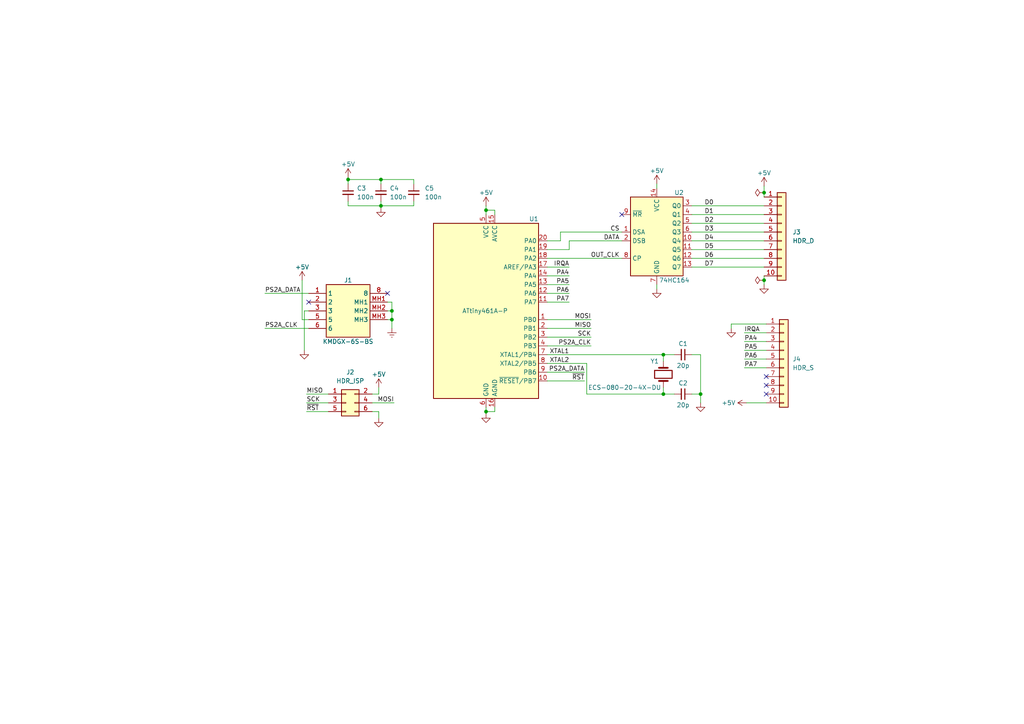
<source format=kicad_sch>
(kicad_sch (version 20211123) (generator eeschema)
  (paper "A4")
  (title_block (title "PS/2 Keyboard Serial to Parallel Interface") (date "2023-03-31") (rev "1") (company "Microcode.io"))
  (lib_symbols
    (symbol "74xx:74HC164"
      (property "Reference" "U" (at 1.905 -13.97 0))
      (property "Value" "74HC164" (at 1.905 -16.51 0))
      (symbol "74HC164_0_1"
        (rectangle (start 7.62 10.16) (end -7.62 -12.7) (stroke (width 0.254)) (fill (type background)))
      )
      (symbol "74HC164_1_1"
        (pin input line (at -10.16 0 0) (length 2.54) (name "DSA") (number "1"))
        (pin output line (at 10.16 -2.54 180) (length 2.54) (name "Q4") (number "10"))
        (pin output line (at 10.16 -5.08 180) (length 2.54) (name "Q5") (number "11"))
        (pin output line (at 10.16 -7.62 180) (length 2.54) (name "Q6") (number "12"))
        (pin output line (at 10.16 -10.16 180) (length 2.54) (name "Q7") (number "13"))
        (pin power_in line (at 0 12.7 270) (length 2.54) (name "VCC") (number "14"))
        (pin input line (at -10.16 -2.54 0) (length 2.54) (name "DSB") (number "2"))
        (pin output line (at 10.16 7.62 180) (length 2.54) (name "Q0") (number "3"))
        (pin output line (at 10.16 5.08 180) (length 2.54) (name "Q1") (number "4"))
        (pin output line (at 10.16 2.54 180) (length 2.54) (name "Q2") (number "5"))
        (pin output line (at 10.16 0 180) (length 2.54) (name "Q3") (number "6"))
        (pin power_in line (at 0 -15.24 90) (length 2.54) (name "GND") (number "7"))
        (pin input line (at -10.16 -7.62 0) (length 2.54) (name "CP") (number "8"))
        (pin input line (at -10.16 5.08 0) (length 2.54) (name "~{MR}") (number "9"))
      )
    )
    (symbol "Connector_Generic:Conn_01x10" (pin_names (offset 1.016) hide)
      (property "Reference" "J" (at 0 12.7 0))
      (property "Value" "Conn_01x10" (at 0 -15.24 0))
      (symbol "Conn_01x10_1_1"
        (rectangle (start -1.27 -12.573) (end 0 -12.827) (stroke (width 0.1524)))
        (rectangle (start -1.27 -10.033) (end 0 -10.287) (stroke (width 0.1524)))
        (rectangle (start -1.27 -7.493) (end 0 -7.747) (stroke (width 0.1524)))
        (rectangle (start -1.27 -4.953) (end 0 -5.207) (stroke (width 0.1524)))
        (rectangle (start -1.27 -2.413) (end 0 -2.667) (stroke (width 0.1524)))
        (rectangle (start -1.27 0.127) (end 0 -0.127) (stroke (width 0.1524)))
        (rectangle (start -1.27 2.667) (end 0 2.413) (stroke (width 0.1524)))
        (rectangle (start -1.27 5.207) (end 0 4.953) (stroke (width 0.1524)))
        (rectangle (start -1.27 7.747) (end 0 7.493) (stroke (width 0.1524)))
        (rectangle (start -1.27 10.287) (end 0 10.033) (stroke (width 0.1524)))
        (rectangle (start -1.27 11.43) (end 1.27 -13.97) (stroke (width 0.254)) (fill (type background)))
        (pin passive line (at -5.08 10.16 0) (length 3.81) (name "Pin_1") (number "1"))
        (pin passive line (at -5.08 -12.7 0) (length 3.81) (name "Pin_10") (number "10"))
        (pin passive line (at -5.08 7.62 0) (length 3.81) (name "Pin_2") (number "2"))
        (pin passive line (at -5.08 5.08 0) (length 3.81) (name "Pin_3") (number "3"))
        (pin passive line (at -5.08 2.54 0) (length 3.81) (name "Pin_4") (number "4"))
        (pin passive line (at -5.08 0 0) (length 3.81) (name "Pin_5") (number "5"))
        (pin passive line (at -5.08 -2.54 0) (length 3.81) (name "Pin_6") (number "6"))
        (pin passive line (at -5.08 -5.08 0) (length 3.81) (name "Pin_7") (number "7"))
        (pin passive line (at -5.08 -7.62 0) (length 3.81) (name "Pin_8") (number "8"))
        (pin passive line (at -5.08 -10.16 0) (length 3.81) (name "Pin_9") (number "9"))
      )
    )
    (symbol "Connector_Generic:Conn_02x03_Odd_Even" (pin_names (offset 1.016) hide)
      (property "Reference" "J" (at 1.27 5.08 0))
      (property "Value" "Conn_02x03_Odd_Even" (at 1.27 -5.08 0))
      (symbol "Conn_02x03_Odd_Even_1_1"
        (rectangle (start -1.27 -2.413) (end 0 -2.667) (stroke (width 0.1524)))
        (rectangle (start -1.27 0.127) (end 0 -0.127) (stroke (width 0.1524)))
        (rectangle (start -1.27 2.667) (end 0 2.413) (stroke (width 0.1524)))
        (rectangle (start -1.27 3.81) (end 3.81 -3.81) (stroke (width 0.254)) (fill (type background)))
        (rectangle (start 3.81 -2.413) (end 2.54 -2.667) (stroke (width 0.1524)))
        (rectangle (start 3.81 0.127) (end 2.54 -0.127) (stroke (width 0.1524)))
        (rectangle (start 3.81 2.667) (end 2.54 2.413) (stroke (width 0.1524)))
        (pin passive line (at -5.08 2.54 0) (length 3.81) (name "Pin_1") (number "1"))
        (pin passive line (at 7.62 2.54 180) (length 3.81) (name "Pin_2") (number "2"))
        (pin passive line (at -5.08 0 0) (length 3.81) (name "Pin_3") (number "3"))
        (pin passive line (at 7.62 0 180) (length 3.81) (name "Pin_4") (number "4"))
        (pin passive line (at -5.08 -2.54 0) (length 3.81) (name "Pin_5") (number "5"))
        (pin passive line (at 7.62 -2.54 180) (length 3.81) (name "Pin_6") (number "6"))
      )
    )
    (symbol "Device:C_Small" (pin_numbers hide) (pin_names (offset 0.254) hide)
      (property "Reference" "C" (at 0.254 1.778 0))
      (property "Value" "C_Small" (at 0.254 -2.032 0))
      (symbol "C_Small_0_1"
        (polyline (pts (xy -1.524 -0.508) (xy 1.524 -0.508)) (stroke (width 0.3302)))
        (polyline (pts (xy -1.524 0.508) (xy 1.524 0.508)) (stroke (width 0.3048)))
      )
      (symbol "C_Small_1_1"
        (pin passive line (at 0 2.54 270) (length 2.032) (name "~") (number "1"))
        (pin passive line (at 0 -2.54 90) (length 2.032) (name "~") (number "2"))
      )
    )
    (symbol "Device:Crystal" (pin_numbers hide) (pin_names (offset 1.016) hide)
      (property "Reference" "Y" (at 0 3.81 0))
      (property "Value" "Crystal" (at 0 -3.81 0))
      (symbol "Crystal_0_1"
        (rectangle (start -1.143 2.54) (end 1.143 -2.54) (stroke (width 0.3048)))
        (polyline (pts (xy -2.54 0) (xy -1.905 0)))
        (polyline (pts (xy -1.905 -1.27) (xy -1.905 1.27)) (stroke (width 0.508)))
        (polyline (pts (xy 1.905 -1.27) (xy 1.905 1.27)) (stroke (width 0.508)))
        (polyline (pts (xy 2.54 0) (xy 1.905 0)))
      )
      (symbol "Crystal_1_1"
        (pin passive line (at -3.81 0 0) (length 1.27) (name "1") (number "1"))
        (pin passive line (at 3.81 0 180) (length 1.27) (name "2") (number "2"))
      )
    )
    (symbol "KMDGX-6S-BS:KMDGX-6S-BS"
      (property "Value" "KMDGX-6S-BS" (at 0 0 0))
      (property "Reference_1" "J" (at 19.05 7.62 0))
      (property "Value_1" "KMDGX-6S-BS" (at 19.05 5.08 0))
      (symbol "KMDGX-6S-BS_1_1"
        (rectangle (start 5.08 2.54) (end 17.78 -12.7) (stroke (width 0.254)) (fill (type background)))
        (pin passive line (at 0 0 0) (length 5.08) (name "1") (number "1"))
        (pin passive line (at 0 -2.54 0) (length 5.08) (name "2") (number "2"))
        (pin passive line (at 0 -5.08 0) (length 5.08) (name "3") (number "3"))
        (pin passive line (at 0 -7.62 0) (length 5.08) (name "5") (number "5"))
        (pin passive line (at 0 -10.16 0) (length 5.08) (name "6") (number "6"))
        (pin passive line (at 22.86 0 180) (length 5.08) (name "8") (number "8"))
        (pin passive line (at 22.86 -2.54 180) (length 5.08) (name "MH1") (number "MH1"))
        (pin passive line (at 22.86 -5.08 180) (length 5.08) (name "MH2") (number "MH2"))
        (pin passive line (at 22.86 -7.62 180) (length 5.08) (name "MH3") (number "MH3"))
      )
    )
    (symbol "MCU_Microchip_ATtiny:ATtiny461A-P"
      (property "Reference" "U" (at -15.24 26.67 0))
      (property "Value" "ATtiny461A-P" (at 5.08 -26.67 0))
      (symbol "ATtiny461A-P_0_1"
        (rectangle (start -15.24 -25.4) (end 15.24 25.4) (stroke (width 0.254)) (fill (type background)))
      )
      (symbol "ATtiny461A-P_1_1"
        (pin bidirectional line (at 17.78 -2.54 180) (length 2.54) (name "PB0") (number "1"))
        (pin bidirectional line (at 17.78 -20.32 180) (length 2.54) (name "~{RESET}/PB7") (number "10"))
        (pin bidirectional line (at 17.78 2.54 180) (length 2.54) (name "PA7") (number "11"))
        (pin bidirectional line (at 17.78 5.08 180) (length 2.54) (name "PA6") (number "12"))
        (pin bidirectional line (at 17.78 7.62 180) (length 2.54) (name "PA5") (number "13"))
        (pin bidirectional line (at 17.78 10.16 180) (length 2.54) (name "PA4") (number "14"))
        (pin power_in line (at 2.54 27.94 270) (length 2.54) (name "AVCC") (number "15"))
        (pin power_in line (at 2.54 -27.94 90) (length 2.54) (name "AGND") (number "16"))
        (pin bidirectional line (at 17.78 12.7 180) (length 2.54) (name "AREF/PA3") (number "17"))
        (pin bidirectional line (at 17.78 15.24 180) (length 2.54) (name "PA2") (number "18"))
        (pin bidirectional line (at 17.78 17.78 180) (length 2.54) (name "PA1") (number "19"))
        (pin bidirectional line (at 17.78 -5.08 180) (length 2.54) (name "PB1") (number "2"))
        (pin bidirectional line (at 17.78 20.32 180) (length 2.54) (name "PA0") (number "20"))
        (pin bidirectional line (at 17.78 -7.62 180) (length 2.54) (name "PB2") (number "3"))
        (pin bidirectional line (at 17.78 -10.16 180) (length 2.54) (name "PB3") (number "4"))
        (pin power_in line (at 0 27.94 270) (length 2.54) (name "VCC") (number "5"))
        (pin power_in line (at 0 -27.94 90) (length 2.54) (name "GND") (number "6"))
        (pin bidirectional line (at 17.78 -12.7 180) (length 2.54) (name "XTAL1/PB4") (number "7"))
        (pin bidirectional line (at 17.78 -15.24 180) (length 2.54) (name "XTAL2/PB5") (number "8"))
        (pin bidirectional line (at 17.78 -17.78 180) (length 2.54) (name "PB6") (number "9"))
      )
    )
    (symbol "power:+5V" (power) (pin_names (offset 0))
      (property "Value" "+5V" (at 0 3.556 0))
      (symbol "+5V_0_1"
        (polyline (pts (xy -0.762 1.27) (xy 0 2.54)))
        (polyline (pts (xy 0 0) (xy 0 2.54)))
        (polyline (pts (xy 0 2.54) (xy 0.762 1.27)))
      )
      (symbol "+5V_1_1"
        (pin power_in line (at 0 0 90) (length 0) hide (name "+5V") (number "1"))
      )
    )
    (symbol "power:Earth" (power) (pin_names (offset 0))
      (symbol "Earth_0_1"
        (polyline (pts (xy -0.635 -1.905) (xy 0.635 -1.905)))
        (polyline (pts (xy -0.127 -2.54) (xy 0.127 -2.54)))
        (polyline (pts (xy 0 -1.27) (xy 0 0)))
        (polyline (pts (xy 1.27 -1.27) (xy -1.27 -1.27)))
      )
      (symbol "Earth_1_1"
        (pin power_in line (at 0 0 270) (length 0) hide (name "Earth") (number "1"))
      )
    )
    (symbol "power:GND" (power) (pin_names (offset 0))
      (property "Value" "GND" (at 0 -3.81 0))
      (symbol "GND_0_1"
        (polyline (pts (xy 0 0) (xy 0 -1.27) (xy 1.27 -1.27) (xy 0 -2.54) (xy -1.27 -1.27) (xy 0 -1.27)))
      )
      (symbol "GND_1_1"
        (pin power_in line (at 0 0 270) (length 0) hide (name "GND") (number "1"))
      )
    )
    (symbol "power:PWR_FLAG" (power) (pin_numbers hide) (pin_names (offset 0) hide)
      (property "Value" "PWR_FLAG" (at 0 3.81 0))
      (symbol "PWR_FLAG_0_0"
        (pin power_out line (at 0 0 90) (length 0) (name "pwr") (number "1"))
      )
      (symbol "PWR_FLAG_0_1"
        (polyline (pts (xy 0 0) (xy 0 1.27) (xy -1.016 1.905) (xy 0 2.54) (xy 1.016 1.905) (xy 0 1.27)))
      )
    )
  )
  (junction (at 140.97 60.96))
  (junction (at 113.665 92.71))
  (junction (at 221.615 81.28))
  (junction (at 140.97 119.38))
  (junction (at 110.49 59.69))
  (junction (at 203.2 114.3))
  (junction (at 192.405 102.87))
  (junction (at 100.965 52.07))
  (junction (at 221.615 55.88))
  (junction (at 192.405 114.3))
  (junction (at 113.665 90.17))
  (junction (at 110.49 52.07))
  (no_connect (at 89.535 87.63))
  (no_connect (at 222.25 109.22))
  (no_connect (at 180.34 62.23))
  (no_connect (at 222.25 111.76))
  (no_connect (at 222.25 114.3))
  (no_connect (at 112.395 85.09))
  (wire (pts (xy 200.66 72.39) (xy 221.615 72.39)))
  (wire (pts (xy 221.615 53.975) (xy 221.615 55.88)))
  (wire (pts (xy 165.1 72.39) (xy 158.75 72.39)))
  (wire (pts (xy 143.51 60.96) (xy 140.97 60.96)))
  (wire (pts (xy 203.2 102.87) (xy 200.66 102.87)))
  (wire (pts (xy 158.75 100.33) (xy 171.45 100.33)))
  (wire (pts (xy 221.615 81.28) (xy 221.615 80.01)))
  (wire (pts (xy 180.34 67.31) (xy 162.56 67.31)))
  (wire (pts (xy 158.75 69.85) (xy 162.56 69.85)))
  (wire (pts (xy 112.395 92.71) (xy 113.665 92.71)))
  (wire (pts (xy 158.75 97.79) (xy 171.45 97.79)))
  (wire (pts (xy 89.535 95.25) (xy 76.835 95.25)))
  (wire (pts (xy 200.66 59.69) (xy 221.615 59.69)))
  (wire (pts (xy 162.56 67.31) (xy 162.56 69.85)))
  (wire (pts (xy 88.9 119.38) (xy 95.25 119.38)))
  (wire (pts (xy 222.25 106.68) (xy 215.9 106.68)))
  (wire (pts (xy 216.535 116.84) (xy 222.25 116.84)))
  (wire (pts (xy 89.535 90.17) (xy 88.265 90.17)))
  (wire (pts (xy 158.75 74.93) (xy 180.34 74.93)))
  (wire (pts (xy 200.66 74.93) (xy 221.615 74.93)))
  (wire (pts (xy 140.97 120.015) (xy 140.97 119.38)))
  (wire (pts (xy 113.665 90.17) (xy 113.665 92.71)))
  (wire (pts (xy 120.015 53.34) (xy 120.015 52.07)))
  (wire (pts (xy 212.09 93.98) (xy 222.25 93.98)))
  (wire (pts (xy 100.965 58.42) (xy 100.965 59.69)))
  (wire (pts (xy 222.25 101.6) (xy 215.9 101.6)))
  (wire (pts (xy 158.75 107.95) (xy 169.545 107.95)))
  (wire (pts (xy 203.2 114.3) (xy 200.66 114.3)))
  (wire (pts (xy 170.18 105.41) (xy 170.18 114.3)))
  (wire (pts (xy 203.2 114.3) (xy 203.2 102.87)))
  (wire (pts (xy 222.25 96.52) (xy 215.9 96.52)))
  (wire (pts (xy 158.75 87.63) (xy 165.1 87.63)))
  (wire (pts (xy 200.66 67.31) (xy 221.615 67.31)))
  (wire (pts (xy 158.75 110.49) (xy 169.545 110.49)))
  (wire (pts (xy 158.75 82.55) (xy 165.1 82.55)))
  (wire (pts (xy 190.5 83.82) (xy 190.5 82.55)))
  (wire (pts (xy 110.49 53.34) (xy 110.49 52.07)))
  (wire (pts (xy 100.965 59.69) (xy 110.49 59.69)))
  (wire (pts (xy 89.535 85.09) (xy 76.835 85.09)))
  (wire (pts (xy 143.51 118.11) (xy 143.51 119.38)))
  (wire (pts (xy 120.015 58.42) (xy 120.015 59.69)))
  (wire (pts (xy 140.97 60.96) (xy 140.97 62.23)))
  (wire (pts (xy 165.1 69.85) (xy 165.1 72.39)))
  (wire (pts (xy 107.95 116.84) (xy 114.3 116.84)))
  (wire (pts (xy 112.395 90.17) (xy 113.665 90.17)))
  (wire (pts (xy 110.49 52.07) (xy 100.965 52.07)))
  (wire (pts (xy 158.75 85.09) (xy 165.1 85.09)))
  (wire (pts (xy 87.63 81.28) (xy 87.63 92.71)))
  (wire (pts (xy 195.58 114.3) (xy 192.405 114.3)))
  (wire (pts (xy 203.2 116.84) (xy 203.2 114.3)))
  (wire (pts (xy 140.97 59.69) (xy 140.97 60.96)))
  (wire (pts (xy 88.9 114.3) (xy 95.25 114.3)))
  (wire (pts (xy 113.665 95.25) (xy 113.665 92.71)))
  (wire (pts (xy 158.75 92.71) (xy 171.45 92.71)))
  (wire (pts (xy 192.405 112.395) (xy 192.405 114.3)))
  (wire (pts (xy 100.965 51.435) (xy 100.965 52.07)))
  (wire (pts (xy 221.615 82.55) (xy 221.615 81.28)))
  (wire (pts (xy 89.535 92.71) (xy 87.63 92.71)))
  (wire (pts (xy 212.09 95.25) (xy 212.09 93.98)))
  (wire (pts (xy 221.615 55.88) (xy 221.615 57.15)))
  (wire (pts (xy 110.49 59.69) (xy 110.49 58.42)))
  (wire (pts (xy 120.015 52.07) (xy 110.49 52.07)))
  (wire (pts (xy 107.95 119.38) (xy 109.855 119.38)))
  (wire (pts (xy 192.405 102.87) (xy 192.405 104.775)))
  (wire (pts (xy 200.66 77.47) (xy 221.615 77.47)))
  (wire (pts (xy 143.51 119.38) (xy 140.97 119.38)))
  (wire (pts (xy 190.5 53.34) (xy 190.5 54.61)))
  (wire (pts (xy 222.25 104.14) (xy 215.9 104.14)))
  (wire (pts (xy 158.75 105.41) (xy 170.18 105.41)))
  (wire (pts (xy 170.18 114.3) (xy 192.405 114.3)))
  (wire (pts (xy 100.965 52.07) (xy 100.965 53.34)))
  (wire (pts (xy 107.95 114.3) (xy 109.855 114.3)))
  (wire (pts (xy 180.34 69.85) (xy 165.1 69.85)))
  (wire (pts (xy 113.665 87.63) (xy 113.665 90.17)))
  (wire (pts (xy 112.395 87.63) (xy 113.665 87.63)))
  (wire (pts (xy 200.66 69.85) (xy 221.615 69.85)))
  (wire (pts (xy 143.51 62.23) (xy 143.51 60.96)))
  (wire (pts (xy 109.855 112.395) (xy 109.855 114.3)))
  (wire (pts (xy 195.58 102.87) (xy 192.405 102.87)))
  (wire (pts (xy 200.66 64.77) (xy 221.615 64.77)))
  (wire (pts (xy 88.9 116.84) (xy 95.25 116.84)))
  (wire (pts (xy 140.97 119.38) (xy 140.97 118.11)))
  (wire (pts (xy 109.855 119.38) (xy 109.855 121.285)))
  (wire (pts (xy 88.265 90.17) (xy 88.265 101.6)))
  (wire (pts (xy 222.25 99.06) (xy 215.9 99.06)))
  (wire (pts (xy 120.015 59.69) (xy 110.49 59.69)))
  (wire (pts (xy 158.75 102.87) (xy 192.405 102.87)))
  (wire (pts (xy 200.66 62.23) (xy 221.615 62.23)))
  (wire (pts (xy 158.75 95.25) (xy 171.45 95.25)))
  (wire (pts (xy 110.49 60.325) (xy 110.49 59.69)))
  (wire (pts (xy 158.75 80.01) (xy 165.1 80.01)))
  (wire (pts (xy 158.75 77.47) (xy 165.1 77.47)))
  (label "DATA" (at 179.705 69.85 180))
  (label "OUT_CLK" (at 179.705 74.93 180))
  (label "PA7" (at 215.9 106.68 0))
  (label "~{RST}" (at 169.545 110.49 180))
  (label "PA7" (at 165.1 87.63 180))
  (label "PA4" (at 215.9 99.06 0))
  (label "MISO" (at 88.9 114.3 0))
  (label "XTAL2" (at 165.1 105.41 180))
  (label "D4" (at 207.01 69.85 180))
  (label "D6" (at 207.01 74.93 180))
  (label "D5" (at 207.01 72.39 180))
  (label "MISO" (at 171.45 95.25 180))
  (label "PA6" (at 215.9 104.14 0))
  (label "SCK" (at 171.45 97.79 180))
  (label "PA4" (at 165.1 80.01 180))
  (label "PS2A_DATA" (at 76.835 85.09 0))
  (label "SCK" (at 88.9 116.84 0))
  (label "~{RST}" (at 88.9 119.38 0))
  (label "PA6" (at 165.1 85.09 180))
  (label "PA5" (at 215.9 101.6 0))
  (label "PS2A_CLK" (at 76.835 95.25 0))
  (label "MOSI" (at 171.45 92.71 180))
  (label "PA5" (at 165.1 82.55 180))
  (label "MOSI" (at 114.3 116.84 180))
  (label "IRQA" (at 215.9 96.52 0))
  (label "IRQA" (at 165.1 77.47 180))
  (label "D2" (at 207.01 64.77 180))
  (label "CS" (at 179.705 67.31 180))
  (label "D0" (at 207.01 59.69 180))
  (label "D7" (at 207.01 77.47 180))
  (label "D1" (at 207.01 62.23 180))
  (label "PS2A_DATA" (at 169.545 107.95 180))
  (label "XTAL1" (at 165.1 102.87 180))
  (label "D3" (at 207.01 67.31 180))
  (label "PS2A_CLK" (at 171.45 100.33 180))
  (symbol (lib_id "power:+5V") (at 221.615 53.975 0) (unit 1)
    (property "Reference" "#PWR0107" (effects hide))
    (property "Value" "+5V" (at 221.615 50.165 0))
  )
  (symbol (lib_id "KMDGX-6S-BS:KMDGX-6S-BS") (at 89.535 85.09 0) (unit 1)
    (property "Reference" "J1" (at 100.965 81.28 0))
    (property "Value" "KMDGX-6S-BS" (at 100.965 99.06 0))
    (property "Footprint" "KiCad:KMDGX6SBS" (effects hide))
    (property "Datasheet" "https://www.mouser.com/datasheet/2/222/KMDGX-334716.pdf" (effects hide))
    (property "Mouser Part Number" "806-KMDGX-6S-BS" (effects hide))
    (property "Manufacturer_Name" "Kycon" (effects hide))
    (property "Manufacturer_Part_Number" "KMDGX-6S-BS" (effects hide))
  )
  (symbol (lib_id "power:Earth") (at 113.665 95.25 0) (unit 1)
    (property "Reference" "#PWR04" (effects hide))
    (property "Value" "Earth" (effects hide))
  )
  (symbol (lib_id "power:+5V") (at 140.97 59.69 0) (unit 1)
    (property "Reference" "#PWR0103" (effects hide))
    (property "Value" "+5V" (at 140.97 55.88 0))
  )
  (symbol (lib_id "power:PWR_FLAG") (at 221.615 81.28 90) (unit 1)
    (property "Reference" "#FLG02" (effects hide))
    (property "Value" "PWR_FLAG" (effects hide))
  )
  (symbol (lib_id "power:+5V") (at 87.63 81.28 0) (unit 1)
    (property "Reference" "#PWR0109" (effects hide))
    (property "Value" "+5V" (at 87.63 77.47 0))
  )
  (symbol (lib_id "Device:C_Small") (at 100.965 55.88 0) (unit 1)
    (property "Reference" "C3" (at 103.505 54.6162 0) (effects (justify left)))
    (property "Value" "100n" (at 103.505 57.1562 0) (effects (justify left)))
    (property "Footprint" "Capacitor_THT:C_Rect_L4.0mm_W2.5mm_P2.50mm" (effects hide))
  )
  (symbol (lib_id "Connector_Generic:Conn_01x10") (at 226.695 67.31 0) (unit 1)
    (property "Reference" "J3" (at 229.87 67.3099 0) (effects (justify left)))
    (property "Value" "HDR_D" (at 229.87 69.8499 0) (effects (justify left)))
    (property "Footprint" "Connector_PinHeader_2.54mm:PinHeader_1x10_P2.54mm_Vertical" (effects hide))
  )
  (symbol (lib_id "power:GND") (at 190.5 83.82 0) (unit 1)
    (property "Reference" "#PWR0105" (effects hide))
    (property "Value" "GND" (effects hide))
  )
  (symbol (lib_id "MCU_Microchip_ATtiny:ATtiny461A-P") (at 140.97 90.17 0) (unit 1)
    (property "Reference" "U1" (at 156.21 63.5 0) (effects (justify right)))
    (property "Value" "ATtiny461A-P" (at 147.32 90.17 0) (effects (justify right)))
    (property "Footprint" "Package_DIP:DIP-20_W7.62mm_Socket_LongPads" (effects hide))
    (property "Datasheet" "http://ww1.microchip.com/downloads/en/DeviceDoc/doc8197.pdf" (effects hide))
  )
  (symbol (lib_id "power:GND") (at 140.97 120.015 0) (unit 1)
    (property "Reference" "#PWR0102" (effects hide))
    (property "Value" "GND" (effects hide))
  )
  (symbol (lib_id "Device:C_Small") (at 120.015 55.88 0) (unit 1)
    (property "Reference" "C5" (at 123.19 54.6162 0) (effects (justify left)))
    (property "Value" "100n" (at 123.19 57.1562 0) (effects (justify left)))
    (property "Footprint" "Capacitor_THT:C_Rect_L4.0mm_W2.5mm_P2.50mm" (effects hide))
  )
  (symbol (lib_id "Device:C_Small") (at 198.12 114.3 270) (mirror x) (unit 1)
    (property "Reference" "C2" (at 198.12 111.125 90))
    (property "Value" "20p" (at 198.12 117.475 90))
    (property "Footprint" "Capacitor_THT:C_Rect_L4.0mm_W2.5mm_P2.50mm" (effects hide))
    (property "Datasheet" "https://www.mouser.com/datasheet/2/212/KEM_C1049_GOLDMAX_C0G-1102120.pdf" (effects hide))
    (property "MFR Part" "C316C200F3G5TA" (effects hide))
  )
  (symbol (lib_id "74xx:74HC164") (at 190.5 67.31 0) (unit 1)
    (property "Reference" "U2" (at 195.58 55.88 0) (effects (justify left)))
    (property "Value" "74HC164" (at 191.135 81.28 0) (effects (justify left)))
    (property "Footprint" "Package_DIP:DIP-14_W7.62mm_Socket_LongPads" (effects hide))
    (property "Datasheet" "https://assets.nexperia.com/documents/data-sheet/74HC_HCT164.pdf" (effects hide))
  )
  (symbol (lib_id "power:+5V") (at 109.855 112.395 0) (unit 1)
    (property "Reference" "#PWR07" (effects hide))
    (property "Value" "+5V" (at 109.855 108.585 0))
  )
  (symbol (lib_id "Connector_Generic:Conn_01x10") (at 227.33 104.14 0) (unit 1)
    (property "Reference" "J4" (at 229.87 104.1399 0) (effects (justify left)))
    (property "Value" "HDR_S" (at 229.87 106.6799 0) (effects (justify left)))
    (property "Footprint" "Connector_PinHeader_2.54mm:PinHeader_1x10_P2.54mm_Vertical" (effects hide))
  )
  (symbol (lib_id "power:GND") (at 88.265 101.6 0) (unit 1)
    (property "Reference" "#PWR03" (effects hide))
    (property "Value" "GND" (effects hide))
  )
  (symbol (lib_id "Device:Crystal") (at 192.405 108.585 270) (mirror x) (unit 1)
    (property "Reference" "Y1" (at 191.135 104.775 90) (effects (justify right)))
    (property "Value" "ECS-080-20-4X-DU" (at 191.77 112.395 90) (effects (justify right)))
    (property "Footprint" "Crystal:Crystal_HC49-4H_Vertical" (effects hide))
    (property "Datasheet" "https://www.mouser.com/datasheet/2/122/hc_49usx-791.pdf" (effects hide))
  )
  (symbol (lib_id "power:+5V") (at 100.965 51.435 0) (unit 1)
    (property "Reference" "#PWR01" (effects hide))
    (property "Value" "+5V" (at 100.965 47.625 0))
  )
  (symbol (lib_id "power:GND") (at 203.2 116.84 0) (mirror y) (unit 1)
    (property "Reference" "#PWR0101" (effects hide))
    (property "Value" "GND" (effects hide))
  )
  (symbol (lib_id "power:GND") (at 212.09 95.25 0) (unit 1)
    (property "Reference" "#PWR05" (effects hide))
    (property "Value" "GND" (effects hide))
  )
  (symbol (lib_id "Connector_Generic:Conn_02x03_Odd_Even") (at 100.33 116.84 0) (unit 1)
    (property "Reference" "J2" (at 101.6 107.95 0))
    (property "Value" "HDR_ISP" (at 101.6 110.49 0))
    (property "Footprint" "Connector_PinHeader_2.54mm:PinHeader_2x03_P2.54mm_Vertical" (effects hide))
  )
  (symbol (lib_id "power:GND") (at 221.615 82.55 0) (unit 1)
    (property "Reference" "#PWR0104" (effects hide))
    (property "Value" "GND" (effects hide))
  )
  (symbol (lib_id "power:PWR_FLAG") (at 221.615 55.88 90) (unit 1)
    (property "Reference" "#FLG01" (effects hide))
    (property "Value" "PWR_FLAG" (effects hide))
  )
  (symbol (lib_id "power:+5V") (at 216.535 116.84 90) (unit 1)
    (property "Reference" "#PWR06" (effects hide))
    (property "Value" "+5V" (at 213.36 116.84 90) (effects (justify left)))
  )
  (symbol (lib_id "power:GND") (at 110.49 60.325 0) (unit 1)
    (property "Reference" "#PWR02" (effects hide))
    (property "Value" "GND" (effects hide))
  )
  (symbol (lib_id "Device:C_Small") (at 110.49 55.88 0) (unit 1)
    (property "Reference" "C4" (at 113.03 54.6162 0) (effects (justify left)))
    (property "Value" "100n" (at 113.03 57.1562 0) (effects (justify left)))
    (property "Footprint" "Capacitor_THT:C_Rect_L4.0mm_W2.5mm_P2.50mm" (effects hide))
  )
  (symbol (lib_id "power:GND") (at 109.855 121.285 0) (unit 1)
    (property "Reference" "#PWR08" (effects hide))
    (property "Value" "GND" (effects hide))
  )
  (symbol (lib_id "power:+5V") (at 190.5 53.34 0) (unit 1)
    (property "Reference" "#PWR0106" (effects hide))
    (property "Value" "+5V" (at 190.5 49.53 0))
  )
  (symbol (lib_id "Device:C_Small") (at 198.12 102.87 270) (mirror x) (unit 1)
    (property "Reference" "C1" (at 198.12 99.695 90))
    (property "Value" "20p" (at 198.12 106.045 90))
    (property "Footprint" "Capacitor_THT:C_Rect_L4.0mm_W2.5mm_P2.50mm" (effects hide))
    (property "Datasheet" "https://www.mouser.com/datasheet/2/212/KEM_C1049_GOLDMAX_C0G-1102120.pdf" (effects hide))
    (property "MFR Part" "C316C200F3G5TA" (effects hide))
  )
)
</source>
